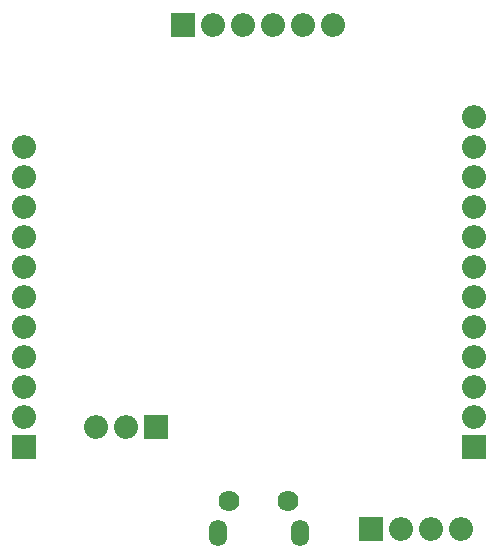
<source format=gbs>
G04 #@! TF.GenerationSoftware,KiCad,Pcbnew,(5.0.0-rc2-dev-321-g78161b592)*
G04 #@! TF.CreationDate,2018-04-10T00:44:43+02:00*
G04 #@! TF.ProjectId,xildebug,78696C64656275672E6B696361645F70,rev?*
G04 #@! TF.SameCoordinates,Original*
G04 #@! TF.FileFunction,Soldermask,Bot*
G04 #@! TF.FilePolarity,Negative*
%FSLAX46Y46*%
G04 Gerber Fmt 4.6, Leading zero omitted, Abs format (unit mm)*
G04 Created by KiCad (PCBNEW (5.0.0-rc2-dev-321-g78161b592)) date 04/10/18 00:44:43*
%MOMM*%
%LPD*%
G01*
G04 APERTURE LIST*
%ADD10R,2.030000X2.030000*%
%ADD11O,2.030000X2.030000*%
%ADD12C,1.780000*%
%ADD13O,1.530000X2.230000*%
G04 APERTURE END LIST*
D10*
X211300000Y-89300000D03*
D11*
X208760000Y-89300000D03*
X206220000Y-89300000D03*
D10*
X229500000Y-97900000D03*
D11*
X232040000Y-97900000D03*
X234580000Y-97900000D03*
X237120000Y-97900000D03*
D10*
X213600000Y-55300000D03*
D11*
X216140000Y-55300000D03*
X218680000Y-55300000D03*
X221220000Y-55300000D03*
X223760000Y-55300000D03*
X226300000Y-55300000D03*
D10*
X200100000Y-91000000D03*
D11*
X200100000Y-88460000D03*
X200100000Y-85920000D03*
X200100000Y-83380000D03*
X200100000Y-80840000D03*
X200100000Y-78300000D03*
X200100000Y-75760000D03*
X200100000Y-73220000D03*
X200100000Y-70680000D03*
X200100000Y-68140000D03*
X200100000Y-65600000D03*
D10*
X238200000Y-91000000D03*
D11*
X238200000Y-88460000D03*
X238200000Y-85920000D03*
X238200000Y-83380000D03*
X238200000Y-80840000D03*
X238200000Y-78300000D03*
X238200000Y-75760000D03*
X238200000Y-73220000D03*
X238200000Y-70680000D03*
X238200000Y-68140000D03*
X238200000Y-65600000D03*
X238200000Y-63060000D03*
D12*
X217500000Y-95537500D03*
X222500000Y-95537500D03*
D13*
X216500000Y-98237500D03*
X223500000Y-98237500D03*
M02*

</source>
